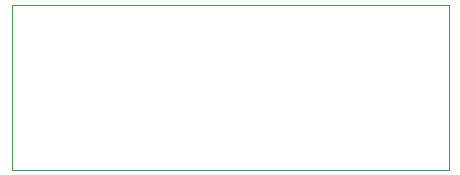
<source format=gbr>
%TF.GenerationSoftware,KiCad,Pcbnew,(6.0.1)*%
%TF.CreationDate,2022-07-02T13:08:03-07:00*%
%TF.ProjectId,mu100-dit-connector-board,6d753130-302d-4646-9974-2d636f6e6e65,rev?*%
%TF.SameCoordinates,Original*%
%TF.FileFunction,Profile,NP*%
%FSLAX46Y46*%
G04 Gerber Fmt 4.6, Leading zero omitted, Abs format (unit mm)*
G04 Created by KiCad (PCBNEW (6.0.1)) date 2022-07-02 13:08:03*
%MOMM*%
%LPD*%
G01*
G04 APERTURE LIST*
%TA.AperFunction,Profile*%
%ADD10C,0.100000*%
%TD*%
G04 APERTURE END LIST*
D10*
X63690000Y-56320000D02*
X100700000Y-56320000D01*
X100700000Y-56320000D02*
X100700000Y-70320000D01*
X100700000Y-70320000D02*
X63690000Y-70320000D01*
X63690000Y-70320000D02*
X63690000Y-56320000D01*
M02*

</source>
